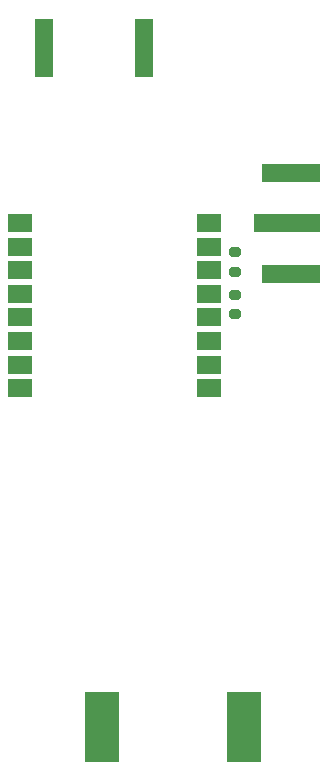
<source format=gbp>
G04 #@! TF.GenerationSoftware,KiCad,Pcbnew,7.0.6*
G04 #@! TF.CreationDate,2023-10-28T16:57:55-05:00*
G04 #@! TF.ProjectId,FC,46432e6b-6963-4616-945f-706362585858,V1*
G04 #@! TF.SameCoordinates,Original*
G04 #@! TF.FileFunction,Paste,Bot*
G04 #@! TF.FilePolarity,Positive*
%FSLAX46Y46*%
G04 Gerber Fmt 4.6, Leading zero omitted, Abs format (unit mm)*
G04 Created by KiCad (PCBNEW 7.0.6) date 2023-10-28 16:57:55*
%MOMM*%
%LPD*%
G01*
G04 APERTURE LIST*
G04 Aperture macros list*
%AMRoundRect*
0 Rectangle with rounded corners*
0 $1 Rounding radius*
0 $2 $3 $4 $5 $6 $7 $8 $9 X,Y pos of 4 corners*
0 Add a 4 corners polygon primitive as box body*
4,1,4,$2,$3,$4,$5,$6,$7,$8,$9,$2,$3,0*
0 Add four circle primitives for the rounded corners*
1,1,$1+$1,$2,$3*
1,1,$1+$1,$4,$5*
1,1,$1+$1,$6,$7*
1,1,$1+$1,$8,$9*
0 Add four rect primitives between the rounded corners*
20,1,$1+$1,$2,$3,$4,$5,0*
20,1,$1+$1,$4,$5,$6,$7,0*
20,1,$1+$1,$6,$7,$8,$9,0*
20,1,$1+$1,$8,$9,$2,$3,0*%
G04 Aperture macros list end*
%ADD10R,1.600000X4.900000*%
%ADD11R,5.600000X1.500000*%
%ADD12R,4.900000X1.600000*%
%ADD13RoundRect,0.200000X0.275000X-0.200000X0.275000X0.200000X-0.275000X0.200000X-0.275000X-0.200000X0*%
%ADD14R,3.000000X6.000000*%
%ADD15R,2.000000X1.500000*%
G04 APERTURE END LIST*
D10*
X182268891Y-77441954D03*
X173748891Y-77441954D03*
D11*
X194300000Y-92315000D03*
D12*
X194650000Y-88055000D03*
X194650000Y-96575000D03*
D13*
X189950000Y-100000000D03*
X189950000Y-98350000D03*
X189950000Y-96400000D03*
X189950000Y-94750000D03*
D14*
X190700000Y-134950000D03*
X178700000Y-134950000D03*
D15*
X187700000Y-92275000D03*
X187700000Y-94275000D03*
X187700000Y-96275000D03*
X187700000Y-98275000D03*
X187700000Y-100275000D03*
X187700000Y-102275000D03*
X187700000Y-104275000D03*
X187700000Y-106275000D03*
X171700000Y-106275000D03*
X171700000Y-104275000D03*
X171700000Y-102275000D03*
X171700000Y-100275000D03*
X171700000Y-98275000D03*
X171700000Y-96275000D03*
X171700000Y-94275000D03*
X171700000Y-92275000D03*
M02*

</source>
